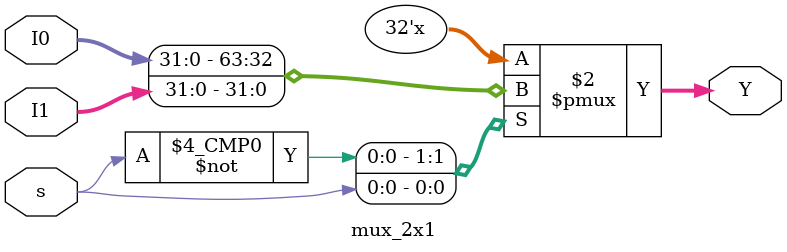
<source format=v>
/**************************************
* Module: mux_2x1
* Date:2014-09-07  
* Author: dmoran  & JDiaz   
*
* Conventions:
*    Y  -> Output
*    Ix -> Input 
*
* Description: mux 2x1
***************************************/
module  mux_2x1(output reg[31:0] Y,input wire[0:0] s, input wire[31:0] I1, I0);
    always @( s or I0 or I1)
    begin 
        case (s)
            1'b0: Y = I0;
            1'b1: Y = I1;
        endcase
    end
endmodule


</source>
